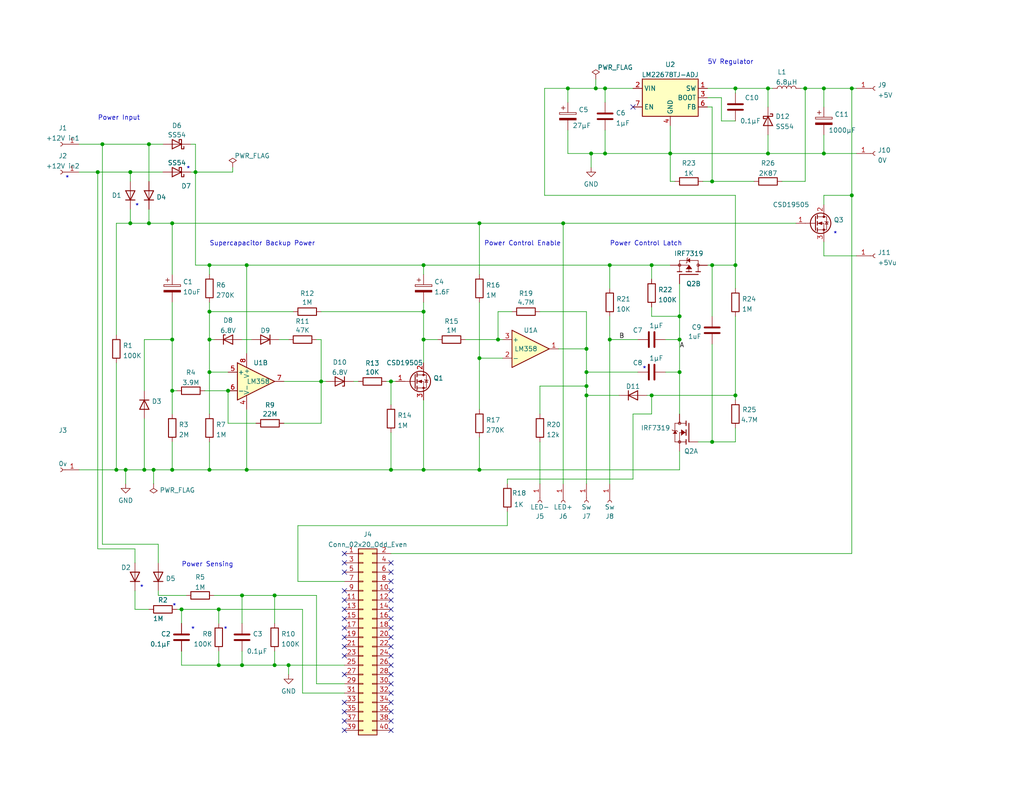
<source format=kicad_sch>
(kicad_sch (version 20211123) (generator eeschema)
  (paper "USLetter")
  (title_block (title "Graceful-Shutdown Power Supply for SBC") (rev "V2") (company "Bloodnok Marine") (comment 2 "Provides time to safely shut down when power is disconnected") (comment 4 "Safe power supply for Rasberry Pi or equivalent"))
  (lib_symbols
    (symbol "Amplifier_Operational:LM358" (pin_names (offset 0.127))
      (property "Reference" "U" (at 0 5.08 0))
      (property "Value" "LM358" (at 0 -5.08 0))
      (symbol "LM358_1_1"
        (pin output line (at 7.62 0 180) (length 2.54) (name "~") (number "1"))
        (pin input line (at -7.62 -2.54 0) (length 2.54) (name "-") (number "2"))
        (pin input line (at -7.62 2.54 0) (length 2.54) (name "+") (number "3"))
      )
      (symbol "LM358_2_1"
        (pin input line (at -7.62 2.54 0) (length 2.54) (name "+") (number "5"))
        (pin input line (at -7.62 -2.54 0) (length 2.54) (name "-") (number "6"))
        (pin output line (at 7.62 0 180) (length 2.54) (name "~") (number "7"))
      )
      (symbol "LM358_3_1"
        (pin power_in line (at -2.54 -7.62 90) (length 3.81) (name "V-") (number "4"))
        (pin power_in line (at -2.54 7.62 270) (length 3.81) (name "V+") (number "8"))
      )
    )
    (symbol "Connector:Conn_01x01_Female" (pin_names (offset 1.016) hide)
      (property "Reference" "J" (at 0 2.54 0))
      (property "Value" "Conn_01x01_Female" (at 0 -2.54 0))
      (symbol "Conn_01x01_Female_1_1"
        (pin passive line (at -5.08 0 0) (length 3.81) (name "Pin_1") (number "1"))
      )
    )
    (symbol "Connector_Generic:Conn_02x20_Odd_Even" (pin_names (offset 1.016) hide)
      (property "Reference" "J" (at 1.27 25.4 0))
      (property "Value" "Conn_02x20_Odd_Even" (at 1.27 -27.94 0))
      (symbol "Conn_02x20_Odd_Even_1_1"
        (pin passive line (at -5.08 22.86 0) (length 3.81) (name "Pin_1") (number "1"))
        (pin passive line (at 7.62 12.7 180) (length 3.81) (name "Pin_10") (number "10"))
        (pin passive line (at -5.08 10.16 0) (length 3.81) (name "Pin_11") (number "11"))
        (pin passive line (at 7.62 10.16 180) (length 3.81) (name "Pin_12") (number "12"))
        (pin passive line (at -5.08 7.62 0) (length 3.81) (name "Pin_13") (number "13"))
        (pin passive line (at 7.62 7.62 180) (length 3.81) (name "Pin_14") (number "14"))
        (pin passive line (at -5.08 5.08 0) (length 3.81) (name "Pin_15") (number "15"))
        (pin passive line (at 7.62 5.08 180) (length 3.81) (name "Pin_16") (number "16"))
        (pin passive line (at -5.08 2.54 0) (length 3.81) (name "Pin_17") (number "17"))
        (pin passive line (at 7.62 2.54 180) (length 3.81) (name "Pin_18") (number "18"))
        (pin passive line (at -5.08 0 0) (length 3.81) (name "Pin_19") (number "19"))
        (pin passive line (at 7.62 22.86 180) (length 3.81) (name "Pin_2") (number "2"))
        (pin passive line (at 7.62 0 180) (length 3.81) (name "Pin_20") (number "20"))
        (pin passive line (at -5.08 -2.54 0) (length 3.81) (name "Pin_21") (number "21"))
        (pin passive line (at 7.62 -2.54 180) (length 3.81) (name "Pin_22") (number "22"))
        (pin passive line (at -5.08 -5.08 0) (length 3.81) (name "Pin_23") (number "23"))
        (pin passive line (at 7.62 -5.08 180) (length 3.81) (name "Pin_24") (number "24"))
        (pin passive line (at -5.08 -7.62 0) (length 3.81) (name "Pin_25") (number "25"))
        (pin passive line (at 7.62 -7.62 180) (length 3.81) (name "Pin_26") (number "26"))
        (pin passive line (at -5.08 -10.16 0) (length 3.81) (name "Pin_27") (number "27"))
        (pin passive line (at 7.62 -10.16 180) (length 3.81) (name "Pin_28") (number "28"))
        (pin passive line (at -5.08 -12.7 0) (length 3.81) (name "Pin_29") (number "29"))
        (pin passive line (at -5.08 20.32 0) (length 3.81) (name "Pin_3") (number "3"))
        (pin passive line (at 7.62 -12.7 180) (length 3.81) (name "Pin_30") (number "30"))
        (pin passive line (at -5.08 -15.24 0) (length 3.81) (name "Pin_31") (number "31"))
        (pin passive line (at 7.62 -15.24 180) (length 3.81) (name "Pin_32") (number "32"))
        (pin passive line (at -5.08 -17.78 0) (length 3.81) (name "Pin_33") (number "33"))
        (pin passive line (at 7.62 -17.78 180) (length 3.81) (name "Pin_34") (number "34"))
        (pin passive line (at -5.08 -20.32 0) (length 3.81) (name "Pin_35") (number "35"))
        (pin passive line (at 7.62 -20.32 180) (length 3.81) (name "Pin_36") (number "36"))
        (pin passive line (at -5.08 -22.86 0) (length 3.81) (name "Pin_37") (number "37"))
        (pin passive line (at 7.62 -22.86 180) (length 3.81) (name "Pin_38") (number "38"))
        (pin passive line (at -5.08 -25.4 0) (length 3.81) (name "Pin_39") (number "39"))
        (pin passive line (at 7.62 20.32 180) (length 3.81) (name "Pin_4") (number "4"))
        (pin passive line (at 7.62 -25.4 180) (length 3.81) (name "Pin_40") (number "40"))
        (pin passive line (at -5.08 17.78 0) (length 3.81) (name "Pin_5") (number "5"))
        (pin passive line (at 7.62 17.78 180) (length 3.81) (name "Pin_6") (number "6"))
        (pin passive line (at -5.08 15.24 0) (length 3.81) (name "Pin_7") (number "7"))
        (pin passive line (at 7.62 15.24 180) (length 3.81) (name "Pin_8") (number "8"))
        (pin passive line (at -5.08 12.7 0) (length 3.81) (name "Pin_9") (number "9"))
      )
    )
    (symbol "Device:C" (pin_numbers hide) (pin_names (offset 0.254))
      (property "Reference" "C" (at 0.635 2.54 0))
      (property "Value" "C" (at 0.635 -2.54 0))
      (symbol "C_1_1"
        (pin passive line (at 0 3.81 270) (length 2.794) (name "~") (number "1"))
        (pin passive line (at 0 -3.81 90) (length 2.794) (name "~") (number "2"))
      )
    )
    (symbol "Device:C_Polarized" (pin_numbers hide) (pin_names (offset 0.254))
      (property "Reference" "C" (at 0.635 2.54 0))
      (property "Value" "C_Polarized" (at 0.635 -2.54 0))
      (symbol "C_Polarized_1_1"
        (pin passive line (at 0 3.81 270) (length 2.794) (name "~") (number "1"))
        (pin passive line (at 0 -3.81 90) (length 2.794) (name "~") (number "2"))
      )
    )
    (symbol "Device:D" (pin_numbers hide) (pin_names (offset 1.016) hide)
      (property "Reference" "D" (at 0 2.54 0))
      (property "Value" "D" (at 0 -2.54 0))
      (symbol "D_1_1"
        (pin passive line (at -3.81 0 0) (length 2.54) (name "K") (number "1"))
        (pin passive line (at 3.81 0 180) (length 2.54) (name "A") (number "2"))
      )
    )
    (symbol "Device:D_Schottky" (pin_numbers hide) (pin_names (offset 1.016) hide)
      (property "Reference" "D" (at 0 2.54 0))
      (property "Value" "D_Schottky" (at 0 -2.54 0))
      (symbol "D_Schottky_1_1"
        (pin passive line (at -3.81 0 0) (length 2.54) (name "K") (number "1"))
        (pin passive line (at 3.81 0 180) (length 2.54) (name "A") (number "2"))
      )
    )
    (symbol "Device:D_Zener" (pin_numbers hide) (pin_names (offset 1.016) hide)
      (property "Reference" "D" (at 0 2.54 0))
      (property "Value" "D_Zener" (at 0 -2.54 0))
      (symbol "D_Zener_1_1"
        (pin passive line (at -3.81 0 0) (length 2.54) (name "K") (number "1"))
        (pin passive line (at 3.81 0 180) (length 2.54) (name "A") (number "2"))
      )
    )
    (symbol "Device:L" (pin_numbers hide) (pin_names (offset 1.016) hide)
      (property "Reference" "L" (at -1.27 0 90))
      (property "Value" "L" (at 1.905 0 90))
      (symbol "L_1_1"
        (pin passive line (at 0 3.81 270) (length 1.27) (name "1") (number "1"))
        (pin passive line (at 0 -3.81 90) (length 1.27) (name "2") (number "2"))
      )
    )
    (symbol "Device:R" (pin_numbers hide) (pin_names (offset 0))
      (property "Reference" "R" (at 2.032 0 90))
      (property "Value" "R" (at 0 0 90))
      (symbol "R_1_1"
        (pin passive line (at 0 3.81 270) (length 1.27) (name "~") (number "1"))
        (pin passive line (at 0 -3.81 90) (length 1.27) (name "~") (number "2"))
      )
    )
    (symbol "IRF7319:IRF7319" (pin_numbers hide) (pin_names (offset 1.016) hide)
      (property "Reference" "Q" (at -11.43 2.54 0))
      (property "Value" "IRF7319" (at -11.43 -7.62 0))
      (symbol "IRF7319_1_0"
        (pin passive line (at 0 -5.08 90) (length 2.54) (name "S1") (number "1"))
        (pin passive line (at -5.08 -2.54 0) (length 2.54) (name "G1") (number "2"))
        (pin passive line (at 0 5.08 270) (length 2.54) (name "D1") (number "7"))
        (pin passive line (at 0 5.08 270) (length 2.54) (name "D1") (number "8"))
      )
      (symbol "IRF7319_2_0"
        (pin passive line (at 0 -5.08 90) (length 2.54) (name "S2") (number "3"))
        (pin passive line (at -5.08 -2.54 0) (length 2.54) (name "G2") (number "4"))
        (pin passive line (at 0 5.08 270) (length 2.54) (name "D2") (number "5"))
        (pin passive line (at 0 5.08 270) (length 2.54) (name "D2") (number "6"))
      )
    )
    (symbol "Regulator_Switching:LM22678TJ-ADJ"
      (property "Reference" "U" (at -6.35 6.35 0))
      (property "Value" "LM22678TJ-ADJ" (at 5.08 6.35 0))
      (symbol "LM22678TJ-ADJ_1_1"
        (pin power_out line (at 10.16 2.54 180) (length 2.54) (name "SW") (number "1"))
        (pin power_in line (at -10.16 2.54 0) (length 2.54) (name "VIN") (number "2"))
        (pin passive line (at 10.16 0 180) (length 2.54) (name "BOOT") (number "3"))
        (pin power_in line (at 0 -7.62 90) (length 2.54) (name "GND") (number "4"))
        (pin no_connect line (at -7.62 0 0) (length 2.54) hide (name "NC") (number "5"))
        (pin input line (at 10.16 -2.54 180) (length 2.54) (name "FB") (number "6"))
        (pin input line (at -10.16 -2.54 0) (length 2.54) (name "EN") (number "7"))
        (pin passive line (at 0 -7.62 90) (length 2.54) hide (name "GND") (number "8"))
      )
    )
    (symbol "csd19502q5b:CSD19505KCS" (pin_names hide)
      (property "Reference" "Q" (at 5.08 1.905 0))
      (property "Value" "CSD19505KCS" (at 5.08 0 0))
      (symbol "CSD19505KCS_1_1"
        (pin passive line (at -5.08 0 0) (length 2.54) (name "G") (number "1"))
        (pin passive line (at 2.54 5.08 270) (length 2.54) (name "D") (number "2"))
        (pin passive line (at 2.54 -5.08 90) (length 2.54) (name "S") (number "3"))
      )
    )
    (symbol "power:GND" (power) (pin_names (offset 0))
      (property "Value" "GND" (at 0 -3.81 0))
      (symbol "GND_1_1"
        (pin power_in line (at 0 0 270) (length 0) hide (name "GND") (number "1"))
      )
    )
    (symbol "power:PWR_FLAG" (power) (pin_numbers hide) (pin_names (offset 0) hide)
      (property "Value" "PWR_FLAG" (at 0 3.81 0))
      (symbol "PWR_FLAG_0_0"
        (pin power_out line (at 0 0 90) (length 0) (name "pwr") (number "1"))
      )
    )
  )
  (junction (at 154.94 24.13))
  (junction (at 232.41 24.13))
  (junction (at 115.57 85.09))
  (junction (at 57.15 92.71))
  (junction (at 66.04 162.56))
  (junction (at 130.81 128.27))
  (junction (at 46.99 106.68))
  (junction (at 135.89 92.71))
  (junction (at 165.1 24.13))
  (junction (at 185.42 92.71))
  (junction (at 57.15 128.27))
  (junction (at 59.69 181.61))
  (junction (at 53.34 46.99))
  (junction (at 209.55 41.91))
  (junction (at 67.31 72.39))
  (junction (at 31.75 128.27))
  (junction (at 59.69 166.37))
  (junction (at 67.31 128.27))
  (junction (at 162.56 24.13))
  (junction (at 49.53 166.37))
  (junction (at 160.02 101.6))
  (junction (at 166.37 92.71))
  (junction (at 115.57 72.39))
  (junction (at 200.66 72.39))
  (junction (at 41.91 128.27))
  (junction (at 160.02 107.95))
  (junction (at 153.67 60.96))
  (junction (at 87.63 104.14))
  (junction (at 115.57 128.27))
  (junction (at 106.68 128.27))
  (junction (at 130.81 60.96))
  (junction (at 165.1 41.91))
  (junction (at 57.15 72.39))
  (junction (at 78.74 181.61))
  (junction (at 200.66 24.13))
  (junction (at 209.55 24.13))
  (junction (at 160.02 105.41))
  (junction (at 26.67 46.99))
  (junction (at 34.29 128.27))
  (junction (at 185.42 86.36))
  (junction (at 115.57 92.71))
  (junction (at 166.37 72.39))
  (junction (at 232.41 53.34))
  (junction (at 177.8 72.39))
  (junction (at 185.42 101.6))
  (junction (at 194.31 72.39))
  (junction (at 106.68 104.14))
  (junction (at 224.79 41.91))
  (junction (at 130.81 97.79))
  (junction (at 161.29 41.91))
  (junction (at 194.31 120.65))
  (junction (at 182.88 41.91))
  (junction (at 57.15 85.09))
  (junction (at 194.31 49.53))
  (junction (at 39.37 128.27))
  (junction (at 46.99 128.27))
  (junction (at 74.93 162.56))
  (junction (at 66.04 181.61))
  (junction (at 46.99 92.71))
  (junction (at 219.71 24.13))
  (junction (at 160.02 95.25))
  (junction (at 40.64 39.37))
  (junction (at 27.94 39.37))
  (junction (at 74.93 181.61))
  (junction (at 57.15 101.6))
  (junction (at 62.23 106.68))
  (junction (at 46.99 60.96))
  (junction (at 224.79 24.13))
  (junction (at 40.64 60.96))
  (junction (at 35.56 60.96))
  (junction (at 177.8 107.95))
  (junction (at 200.66 107.95))
  (junction (at 35.56 46.99))
  (no_connect (at 93.98 163.83))
  (no_connect (at 93.98 161.29))
  (no_connect (at 93.98 156.21))
  (no_connect (at 93.98 153.67))
  (no_connect (at 93.98 151.13))
  (no_connect (at 93.98 166.37))
  (no_connect (at 93.98 168.91))
  (no_connect (at 93.98 171.45))
  (no_connect (at 93.98 179.07))
  (no_connect (at 93.98 176.53))
  (no_connect (at 93.98 173.99))
  (no_connect (at 93.98 184.15))
  (no_connect (at 106.68 173.99))
  (no_connect (at 106.68 176.53))
  (no_connect (at 93.98 191.77))
  (no_connect (at 93.98 199.39))
  (no_connect (at 93.98 196.85))
  (no_connect (at 93.98 194.31))
  (no_connect (at 106.68 189.23))
  (no_connect (at 106.68 191.77))
  (no_connect (at 106.68 194.31))
  (no_connect (at 106.68 196.85))
  (no_connect (at 106.68 199.39))
  (no_connect (at 106.68 179.07))
  (no_connect (at 106.68 181.61))
  (no_connect (at 106.68 184.15))
  (no_connect (at 106.68 186.69))
  (no_connect (at 106.68 156.21))
  (no_connect (at 106.68 153.67))
  (no_connect (at 106.68 158.75))
  (no_connect (at 106.68 168.91))
  (no_connect (at 106.68 171.45))
  (no_connect (at 106.68 161.29))
  (no_connect (at 106.68 163.83))
  (no_connect (at 106.68 166.37))
  (no_connect (at 172.72 29.21))
  (wire (pts (xy 205.74 49.53) (xy 194.31 49.53)))
  (wire (pts (xy 62.23 101.6) (xy 57.15 101.6)))
  (wire (pts (xy 160.02 85.09) (xy 160.02 95.25)))
  (wire (pts (xy 177.8 72.39) (xy 182.88 72.39)))
  (wire (pts (xy 66.04 162.56) (xy 74.93 162.56)))
  (wire (pts (xy 105.41 104.14) (xy 106.68 104.14)))
  (wire (pts (xy 74.93 181.61) (xy 78.74 181.61)))
  (wire (pts (xy 194.31 72.39) (xy 194.31 86.36)))
  (wire (pts (xy 135.89 85.09) (xy 135.89 92.71)))
  (wire (pts (xy 130.81 97.79) (xy 130.81 111.76)))
  (wire (pts (xy 224.79 66.04) (xy 224.79 69.85)))
  (wire (pts (xy 193.04 29.21) (xy 194.31 29.21)))
  (wire (pts (xy 115.57 92.71) (xy 115.57 99.06)))
  (wire (pts (xy 224.79 29.21) (xy 224.79 24.13)))
  (wire (pts (xy 35.56 60.96) (xy 40.64 60.96)))
  (wire (pts (xy 57.15 72.39) (xy 53.34 72.39)))
  (wire (pts (xy 74.93 170.18) (xy 74.93 162.56)))
  (wire (pts (xy 26.67 46.99) (xy 35.56 46.99)))
  (wire (pts (xy 115.57 128.27) (xy 130.81 128.27)))
  (wire (pts (xy 66.04 181.61) (xy 74.93 181.61)))
  (wire (pts (xy 96.52 104.14) (xy 97.79 104.14)))
  (wire (pts (xy 49.53 177.8) (xy 49.53 181.61)))
  (wire (pts (xy 160.02 105.41) (xy 160.02 101.6)))
  (wire (pts (xy 58.42 162.56) (xy 66.04 162.56)))
  (wire (pts (xy 57.15 101.6) (xy 57.15 113.03)))
  (wire (pts (xy 46.99 82.55) (xy 46.99 92.71)))
  (wire (pts (xy 200.66 86.36) (xy 200.66 107.95)))
  (wire (pts (xy 165.1 27.94) (xy 165.1 24.13)))
  (wire (pts (xy 162.56 21.59) (xy 162.56 24.13)))
  (wire (pts (xy 69.85 115.57) (xy 62.23 115.57)))
  (wire (pts (xy 127 92.71) (xy 135.89 92.71)))
  (wire (pts (xy 43.18 162.56) (xy 43.18 161.29)))
  (wire (pts (xy 62.23 115.57) (xy 62.23 106.68)))
  (wire (pts (xy 35.56 46.99) (xy 44.45 46.99)))
  (wire (pts (xy 182.88 49.53) (xy 182.88 41.91)))
  (wire (pts (xy 154.94 41.91) (xy 154.94 35.56)))
  (wire (pts (xy 106.68 104.14) (xy 107.95 104.14)))
  (wire (pts (xy 39.37 114.3) (xy 39.37 128.27)))
  (wire (pts (xy 194.31 29.21) (xy 194.31 49.53)))
  (wire (pts (xy 39.37 128.27) (xy 41.91 128.27)))
  (wire (pts (xy 166.37 72.39) (xy 166.37 78.74)))
  (wire (pts (xy 213.36 49.53) (xy 219.71 49.53)))
  (wire (pts (xy 181.61 101.6) (xy 185.42 101.6)))
  (wire (pts (xy 177.8 86.36) (xy 185.42 86.36)))
  (wire (pts (xy 115.57 72.39) (xy 166.37 72.39)))
  (wire (pts (xy 41.91 128.27) (xy 46.99 128.27)))
  (wire (pts (xy 224.79 53.34) (xy 224.79 55.88)))
  (wire (pts (xy 130.81 60.96) (xy 153.67 60.96)))
  (wire (pts (xy 57.15 74.93) (xy 57.15 72.39)))
  (wire (pts (xy 153.67 60.96) (xy 153.67 132.08)))
  (wire (pts (xy 77.47 115.57) (xy 87.63 115.57)))
  (wire (pts (xy 46.99 106.68) (xy 46.99 113.03)))
  (wire (pts (xy 57.15 92.71) (xy 57.15 101.6)))
  (wire (pts (xy 147.32 105.41) (xy 147.32 113.03)))
  (wire (pts (xy 172.72 130.81) (xy 138.43 130.81)))
  (wire (pts (xy 177.8 107.95) (xy 200.66 107.95)))
  (wire (pts (xy 224.79 36.83) (xy 224.79 41.91)))
  (wire (pts (xy 106.68 110.49) (xy 106.68 104.14)))
  (wire (pts (xy 160.02 101.6) (xy 173.99 101.6)))
  (wire (pts (xy 67.31 72.39) (xy 57.15 72.39)))
  (wire (pts (xy 135.89 92.71) (xy 137.16 92.71)))
  (wire (pts (xy 66.04 170.18) (xy 66.04 162.56)))
  (wire (pts (xy 49.53 170.18) (xy 49.53 166.37)))
  (wire (pts (xy 49.53 181.61) (xy 59.69 181.61)))
  (wire (pts (xy 160.02 107.95) (xy 160.02 132.08)))
  (wire (pts (xy 87.63 104.14) (xy 88.9 104.14)))
  (wire (pts (xy 26.67 149.86) (xy 36.83 149.86)))
  (wire (pts (xy 160.02 95.25) (xy 160.02 101.6)))
  (wire (pts (xy 115.57 85.09) (xy 115.57 92.71)))
  (wire (pts (xy 80.01 85.09) (xy 57.15 85.09)))
  (wire (pts (xy 39.37 92.71) (xy 39.37 106.68)))
  (wire (pts (xy 152.4 95.25) (xy 160.02 95.25)))
  (wire (pts (xy 31.75 60.96) (xy 35.56 60.96)))
  (wire (pts (xy 53.34 72.39) (xy 53.34 46.99)))
  (wire (pts (xy 194.31 72.39) (xy 200.66 72.39)))
  (wire (pts (xy 78.74 181.61) (xy 78.74 184.15)))
  (wire (pts (xy 153.67 60.96) (xy 217.17 60.96)))
  (wire (pts (xy 57.15 120.65) (xy 57.15 128.27)))
  (wire (pts (xy 67.31 111.76) (xy 67.31 128.27)))
  (wire (pts (xy 162.56 24.13) (xy 165.1 24.13)))
  (wire (pts (xy 224.79 24.13) (xy 232.41 24.13)))
  (wire (pts (xy 168.91 107.95) (xy 160.02 107.95)))
  (wire (pts (xy 53.34 46.99) (xy 53.34 39.37)))
  (wire (pts (xy 233.68 41.91) (xy 224.79 41.91)))
  (wire (pts (xy 34.29 132.08) (xy 34.29 128.27)))
  (wire (pts (xy 182.88 34.29) (xy 182.88 41.91)))
  (wire (pts (xy 27.94 39.37) (xy 27.94 148.59)))
  (wire (pts (xy 93.98 189.23) (xy 82.55 189.23)))
  (wire (pts (xy 200.66 116.84) (xy 200.66 120.65)))
  (wire (pts (xy 232.41 53.34) (xy 232.41 151.13)))
  (wire (pts (xy 35.56 46.99) (xy 35.56 49.53)))
  (wire (pts (xy 185.42 77.47) (xy 185.42 86.36)))
  (wire (pts (xy 148.59 24.13) (xy 154.94 24.13)))
  (wire (pts (xy 166.37 92.71) (xy 166.37 132.08)))
  (wire (pts (xy 82.55 189.23) (xy 82.55 166.37)))
  (wire (pts (xy 172.72 130.81) (xy 172.72 113.03)))
  (wire (pts (xy 53.34 46.99) (xy 63.5 46.99)))
  (wire (pts (xy 154.94 41.91) (xy 161.29 41.91)))
  (wire (pts (xy 185.42 123.19) (xy 185.42 128.27)))
  (wire (pts (xy 224.79 41.91) (xy 209.55 41.91)))
  (wire (pts (xy 194.31 93.98) (xy 194.31 120.65)))
  (wire (pts (xy 200.66 53.34) (xy 148.59 53.34)))
  (wire (pts (xy 200.66 24.13) (xy 209.55 24.13)))
  (wire (pts (xy 209.55 29.21) (xy 209.55 24.13)))
  (wire (pts (xy 147.32 105.41) (xy 160.02 105.41)))
  (wire (pts (xy 57.15 85.09) (xy 57.15 92.71)))
  (wire (pts (xy 46.99 92.71) (xy 46.99 106.68)))
  (wire (pts (xy 115.57 109.22) (xy 115.57 128.27)))
  (wire (pts (xy 115.57 74.93) (xy 115.57 72.39)))
  (wire (pts (xy 49.53 166.37) (xy 59.69 166.37)))
  (wire (pts (xy 36.83 161.29) (xy 36.83 166.37)))
  (wire (pts (xy 43.18 153.67) (xy 43.18 148.59)))
  (wire (pts (xy 148.59 53.34) (xy 148.59 24.13)))
  (wire (pts (xy 27.94 39.37) (xy 40.64 39.37)))
  (wire (pts (xy 224.79 24.13) (xy 219.71 24.13)))
  (wire (pts (xy 177.8 76.2) (xy 177.8 72.39)))
  (wire (pts (xy 200.66 72.39) (xy 200.66 53.34)))
  (wire (pts (xy 130.81 74.93) (xy 130.81 60.96)))
  (wire (pts (xy 194.31 49.53) (xy 191.77 49.53)))
  (wire (pts (xy 34.29 128.27) (xy 39.37 128.27)))
  (wire (pts (xy 196.85 33.02) (xy 196.85 26.67)))
  (wire (pts (xy 176.53 107.95) (xy 177.8 107.95)))
  (wire (pts (xy 57.15 82.55) (xy 57.15 85.09)))
  (wire (pts (xy 185.42 92.71) (xy 185.42 101.6)))
  (wire (pts (xy 185.42 101.6) (xy 185.42 113.03)))
  (wire (pts (xy 160.02 105.41) (xy 160.02 107.95)))
  (wire (pts (xy 185.42 86.36) (xy 185.42 92.71)))
  (wire (pts (xy 181.61 92.71) (xy 185.42 92.71)))
  (wire (pts (xy 21.59 46.99) (xy 26.67 46.99)))
  (wire (pts (xy 138.43 143.51) (xy 138.43 139.7)))
  (wire (pts (xy 40.64 57.15) (xy 40.64 60.96)))
  (wire (pts (xy 147.32 120.65) (xy 147.32 132.08)))
  (wire (pts (xy 190.5 120.65) (xy 194.31 120.65)))
  (wire (pts (xy 87.63 115.57) (xy 87.63 104.14)))
  (wire (pts (xy 93.98 158.75) (xy 81.28 158.75)))
  (wire (pts (xy 137.16 97.79) (xy 130.81 97.79)))
  (wire (pts (xy 41.91 132.08) (xy 41.91 128.27)))
  (wire (pts (xy 87.63 92.71) (xy 86.36 92.71)))
  (wire (pts (xy 36.83 149.86) (xy 36.83 153.67)))
  (wire (pts (xy 21.59 39.37) (xy 27.94 39.37)))
  (wire (pts (xy 48.26 166.37) (xy 49.53 166.37)))
  (wire (pts (xy 31.75 60.96) (xy 31.75 91.44)))
  (wire (pts (xy 193.04 24.13) (xy 200.66 24.13)))
  (wire (pts (xy 232.41 24.13) (xy 233.68 24.13)))
  (wire (pts (xy 172.72 113.03) (xy 177.8 113.03)))
  (wire (pts (xy 161.29 45.72) (xy 161.29 41.91)))
  (wire (pts (xy 209.55 41.91) (xy 182.88 41.91)))
  (wire (pts (xy 138.43 130.81) (xy 138.43 132.08)))
  (wire (pts (xy 76.2 92.71) (xy 78.74 92.71)))
  (wire (pts (xy 200.66 25.4) (xy 200.66 24.13)))
  (wire (pts (xy 40.64 39.37) (xy 44.45 39.37)))
  (wire (pts (xy 106.68 151.13) (xy 232.41 151.13)))
  (wire (pts (xy 119.38 92.71) (xy 115.57 92.71)))
  (wire (pts (xy 67.31 96.52) (xy 67.31 72.39)))
  (wire (pts (xy 46.99 92.71) (xy 39.37 92.71)))
  (wire (pts (xy 87.63 85.09) (xy 115.57 85.09)))
  (wire (pts (xy 21.59 128.27) (xy 31.75 128.27)))
  (wire (pts (xy 130.81 82.55) (xy 130.81 97.79)))
  (wire (pts (xy 177.8 113.03) (xy 177.8 107.95)))
  (wire (pts (xy 200.66 120.65) (xy 194.31 120.65)))
  (wire (pts (xy 58.42 92.71) (xy 57.15 92.71)))
  (wire (pts (xy 161.29 41.91) (xy 165.1 41.91)))
  (wire (pts (xy 232.41 24.13) (xy 232.41 53.34)))
  (wire (pts (xy 130.81 128.27) (xy 185.42 128.27)))
  (wire (pts (xy 27.94 148.59) (xy 43.18 148.59)))
  (wire (pts (xy 200.66 33.02) (xy 196.85 33.02)))
  (wire (pts (xy 177.8 83.82) (xy 177.8 86.36)))
  (wire (pts (xy 36.83 166.37) (xy 40.64 166.37)))
  (wire (pts (xy 165.1 41.91) (xy 182.88 41.91)))
  (wire (pts (xy 77.47 104.14) (xy 87.63 104.14)))
  (wire (pts (xy 200.66 78.74) (xy 200.66 72.39)))
  (wire (pts (xy 52.07 39.37) (xy 53.34 39.37)))
  (wire (pts (xy 40.64 60.96) (xy 46.99 60.96)))
  (wire (pts (xy 46.99 120.65) (xy 46.99 128.27)))
  (wire (pts (xy 219.71 49.53) (xy 219.71 24.13)))
  (wire (pts (xy 59.69 181.61) (xy 66.04 181.61)))
  (wire (pts (xy 46.99 60.96) (xy 46.99 74.93)))
  (wire (pts (xy 166.37 72.39) (xy 177.8 72.39)))
  (wire (pts (xy 86.36 186.69) (xy 86.36 162.56)))
  (wire (pts (xy 50.8 162.56) (xy 43.18 162.56)))
  (wire (pts (xy 232.41 53.34) (xy 224.79 53.34)))
  (wire (pts (xy 74.93 177.8) (xy 74.93 181.61)))
  (wire (pts (xy 209.55 36.83) (xy 209.55 41.91)))
  (wire (pts (xy 26.67 46.99) (xy 26.67 149.86)))
  (wire (pts (xy 87.63 92.71) (xy 87.63 104.14)))
  (wire (pts (xy 172.72 24.13) (xy 165.1 24.13)))
  (wire (pts (xy 209.55 24.13) (xy 210.82 24.13)))
  (wire (pts (xy 130.81 119.38) (xy 130.81 128.27)))
  (wire (pts (xy 173.99 92.71) (xy 166.37 92.71)))
  (wire (pts (xy 31.75 99.06) (xy 31.75 128.27)))
  (wire (pts (xy 139.7 85.09) (xy 135.89 85.09)))
  (wire (pts (xy 67.31 128.27) (xy 106.68 128.27)))
  (wire (pts (xy 115.57 72.39) (xy 67.31 72.39)))
  (wire (pts (xy 154.94 24.13) (xy 162.56 24.13)))
  (wire (pts (xy 35.56 57.15) (xy 35.56 60.96)))
  (wire (pts (xy 46.99 128.27) (xy 57.15 128.27)))
  (wire (pts (xy 31.75 128.27) (xy 34.29 128.27)))
  (wire (pts (xy 57.15 128.27) (xy 67.31 128.27)))
  (wire (pts (xy 218.44 24.13) (xy 219.71 24.13)))
  (wire (pts (xy 62.23 106.68) (xy 55.88 106.68)))
  (wire (pts (xy 106.68 118.11) (xy 106.68 128.27)))
  (wire (pts (xy 193.04 72.39) (xy 194.31 72.39)))
  (wire (pts (xy 46.99 60.96) (xy 130.81 60.96)))
  (wire (pts (xy 147.32 85.09) (xy 160.02 85.09)))
  (wire (pts (xy 165.1 35.56) (xy 165.1 41.91)))
  (wire (pts (xy 115.57 82.55) (xy 115.57 85.09)))
  (wire (pts (xy 81.28 143.51) (xy 138.43 143.51)))
  (wire (pts (xy 166.37 86.36) (xy 166.37 92.71)))
  (wire (pts (xy 66.04 92.71) (xy 68.58 92.71)))
  (wire (pts (xy 93.98 186.69) (xy 86.36 186.69)))
  (wire (pts (xy 74.93 162.56) (xy 86.36 162.56)))
  (wire (pts (xy 196.85 26.67) (xy 193.04 26.67)))
  (wire (pts (xy 48.26 106.68) (xy 46.99 106.68)))
  (wire (pts (xy 78.74 181.61) (xy 93.98 181.61)))
  (wire (pts (xy 59.69 166.37) (xy 82.55 166.37)))
  (wire (pts (xy 154.94 24.13) (xy 154.94 27.94)))
  (wire (pts (xy 59.69 177.8) (xy 59.69 181.61)))
  (wire (pts (xy 40.64 39.37) (xy 40.64 49.53)))
  (wire (pts (xy 81.28 158.75) (xy 81.28 143.51)))
  (wire (pts (xy 184.15 49.53) (xy 182.88 49.53)))
  (wire (pts (xy 106.68 128.27) (xy 115.57 128.27)))
  (wire (pts (xy 63.5 46.99) (xy 63.5 45.72)))
  (wire (pts (xy 59.69 170.18) (xy 59.69 166.37)))
  (wire (pts (xy 224.79 69.85) (xy 233.68 69.85)))
  (wire (pts (xy 200.66 109.22) (xy 200.66 107.95)))
  (wire (pts (xy 52.07 46.99) (xy 53.34 46.99)))
  (wire (pts (xy 66.04 177.8) (xy 66.04 181.61)))
  (text "*" (at 60.96 172.72 0) (effects (font (size 1.27 1.27)) (justify left bottom)))
  (text "*" (at 36.83 57.15 0) (effects (font (size 1.27 1.27)) (justify left bottom)))
  (text "Power Control Latch" (at 166.37 67.31 0) (effects (font (size 1.27 1.27)) (justify left bottom)))
  (text "*" (at 175.26 101.6 0) (effects (font (size 1.27 1.27)) (justify left bottom)))
  (text "*" (at 227.33 64.77 0) (effects (font (size 1.27 1.27)) (justify left bottom)))
  (text "*" (at 46.99 166.37 0) (effects (font (size 1.27 1.27)) (justify left bottom)))
  (text "*" (at 38.1 161.29 0) (effects (font (size 1.27 1.27)) (justify left bottom)))
  (text "Supercapacitor Backup Power" (at 57.15 67.31 0) (effects (font (size 1.27 1.27)) (justify left bottom)))
  (text "*" (at 50.8 46.99 0) (effects (font (size 1.27 1.27)) (justify left bottom)))
  (text "5V Regulator" (at 193.04 17.78 0) (effects (font (size 1.27 1.27)) (justify left bottom)))
  (text "*" (at 52.07 172.72 0) (effects (font (size 1.27 1.27)) (justify left bottom)))
  (text "Power Input\n" (at 26.67 33.02 0) (effects (font (size 1.27 1.27)) (justify left bottom)))
  (text "Power Control Enable" (at 132.08 67.31 0) (effects (font (size 1.27 1.27)) (justify left bottom)))
  (text "*" (at 17.78 49.53 0) (effects (font (size 1.27 1.27)) (justify left bottom)))
  (text "Power Sensing\n" (at 49.53 154.94 0) (effects (font (size 1.27 1.27)) (justify left bottom)))
  (label "B" (at 168.91 92.71 0))
  (label "A" (at 185.42 95.25 0))
  (symbol (lib_id "Connector:Conn_01x01_Female") (at 147.32 137.16 90) (mirror x) (unit 1)
    (property "Reference" "J5" (at 147.32 140.97 90))
    (property "Value" "LED-" (at 147.32 138.43 90))
    (property "Footprint" "my_extras:SolderConnector" (effects hide))
  )
  (symbol (lib_id "power:GND") (at 34.29 132.08 0) (unit 1)
    (property "Reference" "#PWR01" (effects hide))
    (property "Value" "GND" (at 34.29 136.6425 0))
  )
  (symbol (lib_id "Device:R") (at 59.69 173.99 0) (mirror x) (unit 1)
    (property "Reference" "R8" (at 57.912 173.0815 0) (effects (justify right)))
    (property "Value" "100K" (at 57.912 175.8566 0) (effects (justify right)))
    (property "Footprint" "Resistor_THT:R_Axial_DIN0207_L6.3mm_D2.5mm_P10.16mm_Horizontal" (effects hide))
  )
  (symbol (lib_id "Device:R") (at 31.75 95.25 0) (unit 1)
    (property "Reference" "R1" (at 33.528 94.3415 0) (effects (justify left)))
    (property "Value" "100K" (at 33.528 97.1166 0) (effects (justify left)))
    (property "Footprint" "Resistor_THT:R_Axial_DIN0207_L6.3mm_D2.5mm_P10.16mm_Horizontal" (effects hide))
  )
  (symbol (lib_id "Device:D") (at 39.37 110.49 270) (unit 1)
    (property "Reference" "D3" (at 41.402 109.5815 90) (effects (justify left)))
    (property "Value" "D" (effects hide))
    (property "Footprint" "Diode_THT:D_A-405_P7.62mm_Horizontal" (effects hide))
    (property "Spice_Primitive" "D" (effects hide))
    (property "Spice_Model" "D1N4148_1" (effects hide))
    (property "Spice_Netlist_Enabled" "Y" (effects hide))
    (property "Spice_Lib_File" "spice/my_spice.lib" (effects hide))
    (property "Spice_Node_Sequence" "2 1" (effects hide))
  )
  (symbol (lib_id "Device:R") (at 74.93 173.99 180) (unit 1)
    (property "Reference" "R10" (at 76.708 173.0815 0) (effects (justify right)))
    (property "Value" "100K" (at 76.708 175.8566 0) (effects (justify right)))
    (property "Footprint" "Resistor_THT:R_Axial_DIN0207_L6.3mm_D2.5mm_P10.16mm_Horizontal" (effects hide))
  )
  (symbol (lib_id "Device:R") (at 57.15 78.74 0) (unit 1)
    (property "Reference" "R6" (at 58.928 77.8315 0) (effects (justify left)))
    (property "Value" "270K" (at 58.928 80.6066 0) (effects (justify left)))
    (property "Footprint" "Resistor_THT:R_Axial_DIN0207_L6.3mm_D2.5mm_P10.16mm_Horizontal" (effects hide))
  )
  (symbol (lib_id "Device:R") (at 138.43 135.89 0) (unit 1)
    (property "Reference" "R18" (at 139.7 134.62 0) (effects (justify left)))
    (property "Value" "1K" (at 140.208 137.7566 0) (effects (justify left)))
    (property "Footprint" "Resistor_THT:R_Axial_DIN0207_L6.3mm_D2.5mm_P10.16mm_Horizontal" (effects hide))
  )
  (symbol (lib_id "Device:R") (at 200.66 113.03 0) (unit 1)
    (property "Reference" "R25" (at 204.47 111.8575 0))
    (property "Value" "4.7M" (at 204.47 114.6326 0))
    (property "Footprint" "Resistor_THT:R_Axial_DIN0207_L6.3mm_D2.5mm_P10.16mm_Horizontal" (effects hide))
  )
  (symbol (lib_id "Amplifier_Operational:LM358") (at 144.78 95.25 0) (unit 1)
    (property "Reference" "U1" (at 144.78 90.17 0))
    (property "Value" "LM358" (at 143.51 95.25 0))
    (property "Footprint" "Package_DIP:DIP-8_W7.62mm" (effects hide))
    (property "Datasheet" "http://www.ti.com/lit/ds/symlink/lm2904-n.pdf" (effects hide))
  )
  (symbol (lib_id "power:GND") (at 78.74 184.15 0) (unit 1)
    (property "Reference" "#PWR02" (effects hide))
    (property "Value" "GND" (at 78.74 188.7125 0))
  )
  (symbol (lib_id "Device:C") (at 194.31 90.17 0) (mirror x) (unit 1)
    (property "Reference" "C9" (at 191.3891 89.3353 0) (effects (justify right)))
    (property "Value" "1uF" (at 191.3891 91.8722 0) (effects (justify right)))
    (property "Footprint" "Capacitor_THT:C_Disc_D7.5mm_W2.5mm_P5.00mm" (effects hide))
  )
  (symbol (lib_id "Device:R") (at 44.45 166.37 90) (unit 1)
    (property "Reference" "R2" (at 44.45 163.83 90))
    (property "Value" "1M" (at 43.18 168.91 90))
    (property "Footprint" "Resistor_THT:R_Axial_DIN0207_L6.3mm_D2.5mm_P10.16mm_Horizontal" (effects hide))
  )
  (symbol (lib_id "Device:C") (at 49.53 173.99 0) (mirror x) (unit 1)
    (property "Reference" "C2" (at 46.6091 173.0815 0) (effects (justify right)))
    (property "Value" "0.1μF" (at 46.6091 175.8566 0) (effects (justify right)))
    (property "Footprint" "Capacitor_THT:C_Disc_D5.0mm_W2.5mm_P2.50mm" (effects hide))
  )
  (symbol (lib_id "Device:C") (at 165.1 31.75 0) (unit 1)
    (property "Reference" "C6" (at 168.021 30.8415 0) (effects (justify left)))
    (property "Value" "1μF" (at 168.021 33.6166 0) (effects (justify left)))
    (property "Footprint" "Capacitor_THT:C_Disc_D7.5mm_W2.5mm_P5.00mm" (effects hide))
  )
  (symbol (lib_id "Device:D") (at 35.56 53.34 90) (unit 1)
    (property "Reference" "D1" (at 30.48 53.34 90) (effects (justify right)))
    (property "Value" "D" (effects hide))
    (property "Footprint" "Diode_THT:D_A-405_P7.62mm_Horizontal" (effects hide))
  )
  (symbol (lib_id "csd19502q5b:CSD19505KCS") (at 222.25 60.96 0) (unit 1)
    (property "Reference" "Q3" (at 227.457 60.0515 0) (effects (justify left)))
    (property "Value" "CSD19505" (at 210.82 55.88 0) (effects (justify left)))
    (property "Footprint" "Package_TO_SOT_THT:TO-220-3_Vertical" (effects hide))
    (property "Datasheet" "https://www.ti.com/lit/gpn/csd19505kcs" (effects hide))
  )
  (symbol (lib_id "power:PWR_FLAG") (at 41.91 132.08 180) (unit 1)
    (property "Reference" "#FLG01" (effects hide))
    (property "Value" "PWR_FLAG" (at 43.561 133.829 0) (effects (justify right)))
  )
  (symbol (lib_id "Connector:Conn_01x01_Female") (at 160.02 137.16 90) (mirror x) (unit 1)
    (property "Reference" "J7" (at 160.02 140.97 90))
    (property "Value" "Sw" (at 160.02 138.43 90))
    (property "Footprint" "my_extras:SolderConnector" (effects hide))
  )
  (symbol (lib_id "Device:R") (at 130.81 78.74 0) (unit 1)
    (property "Reference" "R16" (at 132.588 77.8315 0) (effects (justify left)))
    (property "Value" "1M" (at 132.588 80.6066 0) (effects (justify left)))
    (property "Footprint" "Resistor_THT:R_Axial_DIN0207_L6.3mm_D2.5mm_P10.16mm_Horizontal" (effects hide))
  )
  (symbol (lib_id "Device:C") (at 177.8 101.6 270) (unit 1)
    (property "Reference" "C8" (at 173.99 99.06 90))
    (property "Value" "1μF" (at 179.07 97.79 90))
    (property "Footprint" "Capacitor_THT:C_Disc_D7.5mm_W2.5mm_P5.00mm" (effects hide))
  )
  (symbol (lib_id "Device:L") (at 214.63 24.13 90) (unit 1)
    (property "Reference" "L1" (at 213.36 19.6555 90))
    (property "Value" "6.8μH" (at 214.63 22.4306 90))
    (property "Footprint" "Inductor_SMD:L_Bourns-SRU1028_10.0x10.0mm" (effects hide))
  )
  (symbol (lib_id "Device:D") (at 72.39 92.71 180) (unit 1)
    (property "Reference" "D9" (at 72.39 90.2485 0))
    (property "Value" "D" (effects hide))
    (property "Footprint" "Diode_THT:D_A-405_P7.62mm_Horizontal" (effects hide))
    (property "Spice_Primitive" "D" (effects hide))
    (property "Spice_Model" "D1N4148_1" (effects hide))
    (property "Spice_Netlist_Enabled" "Y" (effects hide))
    (property "Spice_Lib_File" "spice/my_spice.lib" (effects hide))
    (property "Spice_Node_Sequence" "2 1" (effects hide))
  )
  (symbol (lib_id "Device:R") (at 101.6 104.14 90) (unit 1)
    (property "Reference" "R13" (at 101.6 99.1575 90))
    (property "Value" "10K" (at 101.6 101.6 90))
    (property "Footprint" "Resistor_THT:R_Axial_DIN0207_L6.3mm_D2.5mm_P10.16mm_Horizontal" (effects hide))
  )
  (symbol (lib_id "Device:C_Polarized") (at 115.57 78.74 0) (unit 1)
    (property "Reference" "C4" (at 118.491 76.9425 0) (effects (justify left)))
    (property "Value" "1.6F" (at 118.491 79.7176 0) (effects (justify left)))
    (property "Footprint" "my_extras:SuperCapacitor Module" (effects hide))
  )
  (symbol (lib_id "Device:R") (at 123.19 92.71 90) (unit 1)
    (property "Reference" "R15" (at 123.19 87.7275 90))
    (property "Value" "1M" (at 123.19 90.17 90))
    (property "Footprint" "Resistor_THT:R_Axial_DIN0207_L6.3mm_D2.5mm_P10.16mm_Horizontal" (effects hide))
  )
  (symbol (lib_id "Device:D_Schottky") (at 48.26 39.37 180) (unit 1)
    (property "Reference" "D6" (at 48.26 34.29 0))
    (property "Value" "SS54" (at 48.26 36.83 0))
    (property "Footprint" "my_extras:DO-214AC" (effects hide))
  )
  (symbol (lib_id "Device:R") (at 52.07 106.68 90) (unit 1)
    (property "Reference" "R4" (at 52.07 101.6975 90))
    (property "Value" "3.9M" (at 52.07 104.4726 90))
    (property "Footprint" "Resistor_THT:R_Axial_DIN0207_L6.3mm_D2.5mm_P10.16mm_Horizontal" (effects hide))
  )
  (symbol (lib_id "Device:R") (at 46.99 116.84 0) (unit 1)
    (property "Reference" "R3" (at 48.768 115.9315 0) (effects (justify left)))
    (property "Value" "2M" (at 48.768 118.7066 0) (effects (justify left)))
    (property "Footprint" "Resistor_THT:R_Axial_DIN0207_L6.3mm_D2.5mm_P10.16mm_Horizontal" (effects hide))
    (property "Spice_Primitive" "R" (effects hide))
    (property "Spice_Model" "1Meg" (effects hide))
    (property "Spice_Netlist_Enabled" "Y" (effects hide))
  )
  (symbol (lib_id "Device:R") (at 57.15 116.84 0) (unit 1)
    (property "Reference" "R7" (at 58.928 115.9315 0) (effects (justify left)))
    (property "Value" "1M" (at 58.928 118.7066 0) (effects (justify left)))
    (property "Footprint" "Resistor_THT:R_Axial_DIN0207_L6.3mm_D2.5mm_P10.16mm_Horizontal" (effects hide))
  )
  (symbol (lib_id "Amplifier_Operational:LM358") (at 69.85 104.14 0) (unit 3)
    (property "Reference" "U1" (effects hide))
    (property "Value" "LM358" (at 67.31 104.14 0) (effects (justify left)))
    (property "Footprint" "Package_DIP:DIP-8_W7.62mm" (effects hide))
    (property "Datasheet" "http://www.ti.com/lit/ds/symlink/lm2904-n.pdf" (effects hide))
  )
  (symbol (lib_id "Device:R") (at 82.55 92.71 90) (unit 1)
    (property "Reference" "R11" (at 82.55 87.7275 90))
    (property "Value" "47K" (at 82.55 90.17 90))
    (property "Footprint" "Resistor_THT:R_Axial_DIN0207_L6.3mm_D2.5mm_P10.16mm_Horizontal" (effects hide))
  )
  (symbol (lib_id "Device:R") (at 83.82 85.09 90) (unit 1)
    (property "Reference" "R12" (at 83.82 80.1075 90))
    (property "Value" "1M" (at 83.82 82.55 90))
    (property "Footprint" "Resistor_THT:R_Axial_DIN0207_L6.3mm_D2.5mm_P10.16mm_Horizontal" (effects hide))
  )
  (symbol (lib_id "Device:R") (at 106.68 114.3 0) (unit 1)
    (property "Reference" "R14" (at 108.458 113.3915 0) (effects (justify left)))
    (property "Value" "1M" (at 108.458 116.1666 0) (effects (justify left)))
    (property "Footprint" "Resistor_THT:R_Axial_DIN0207_L6.3mm_D2.5mm_P10.16mm_Horizontal" (effects hide))
  )
  (symbol (lib_id "Device:C") (at 200.66 29.21 180) (unit 1)
    (property "Reference" "C10" (at 203.2 26.67 0) (effects (justify right)))
    (property "Value" "0.1μF" (at 201.93 33.02 0) (effects (justify right)))
    (property "Footprint" "Capacitor_THT:C_Disc_D5.0mm_W2.5mm_P2.50mm" (effects hide))
  )
  (symbol (lib_id "Device:D_Schottky") (at 48.26 46.99 180) (unit 1)
    (property "Reference" "D7" (at 50.8 50.8 0))
    (property "Value" "SS54" (at 48.26 44.45 0))
    (property "Footprint" "my_extras:DO-214AC" (effects hide))
  )
  (symbol (lib_id "Regulator_Switching:LM22678TJ-ADJ") (at 182.88 26.67 0) (unit 1)
    (property "Reference" "U2" (at 182.88 17.6235 0))
    (property "Value" "LM22678TJ-ADJ" (at 182.88 20.3986 0))
    (property "Footprint" "Package_TO_SOT_SMD:TO-263-7_TabPin8" (effects hide))
    (property "Datasheet" "https://www.ti.com/lit/ds/symlink/lm22678.pdf" (effects hide))
  )
  (symbol (lib_id "Connector:Conn_01x01_Female") (at 166.37 137.16 90) (mirror x) (unit 1)
    (property "Reference" "J8" (at 166.37 140.97 90))
    (property "Value" "Sw" (at 166.37 138.43 90))
    (property "Footprint" "my_extras:SolderConnector" (effects hide))
  )
  (symbol (lib_id "Device:D_Zener") (at 62.23 92.71 0) (unit 1)
    (property "Reference" "D8" (at 62.23 87.4735 0))
    (property "Value" "6.8V" (at 62.23 90.2486 0))
    (property "Footprint" "Diode_THT:D_A-405_P7.62mm_Horizontal" (effects hide))
  )
  (symbol (lib_id "Amplifier_Operational:LM358") (at 69.85 104.14 0) (unit 2)
    (property "Reference" "U1" (at 71.12 99.06 0))
    (property "Value" "LM358" (effects hide))
    (property "Footprint" "Package_DIP:DIP-8_W7.62mm" (effects hide))
    (property "Datasheet" "http://www.ti.com/lit/ds/symlink/lm2904-n.pdf" (effects hide))
  )
  (symbol (lib_id "Connector:Conn_01x01_Female") (at 238.76 69.85 0) (unit 1)
    (property "Reference" "J11" (at 239.4712 68.9415 0) (effects (justify left)))
    (property "Value" "+5Vu" (at 239.4712 71.7166 0) (effects (justify left)))
    (property "Footprint" "my_extras:SolderConnector - HighCurrent" (effects hide))
  )
  (symbol (lib_id "Device:C") (at 66.04 173.99 0) (unit 1)
    (property "Reference" "C3" (at 68.961 173.0815 0) (effects (justify left)))
    (property "Value" "0.1μF" (at 67.31 177.8 0) (effects (justify left)))
    (property "Footprint" "Capacitor_THT:C_Disc_D5.0mm_W2.5mm_P2.50mm" (effects hide))
  )
  (symbol (lib_id "IRF7319:IRF7319") (at 185.42 118.11 0) (mirror y) (unit 1)
    (property "Reference" "Q2" (at 190.5 123.19 0) (effects (justify left)))
    (property "Value" "IRF7319" (at 182.88 116.84 0) (effects (justify left)))
    (property "Footprint" "my_extras:SOIC127P600X175-8N" (effects hide))
    (property "Datasheet" "None" (effects hide))
    (property "Field4" "SOIC-8 International Rectifier" (effects hide))
    (property "Field5" "Infineon Technologies" (effects hide))
    (property "Field6" "30V Dual N- and P- Channel HEXFET Power MOSFET in a SO-8 package" (effects hide))
    (property "Field7" "Unavailable" (effects hide))
    (property "Field8" "IRF7319" (effects hide))
  )
  (symbol (lib_id "Device:R") (at 143.51 85.09 90) (unit 1)
    (property "Reference" "R19" (at 143.51 80.1075 90))
    (property "Value" "4.7M" (at 143.51 82.55 90))
    (property "Footprint" "Resistor_THT:R_Axial_DIN0207_L6.3mm_D2.5mm_P10.16mm_Horizontal" (effects hide))
  )
  (symbol (lib_id "Device:D") (at 172.72 107.95 0) (unit 1)
    (property "Reference" "D11" (at 172.72 105.4885 0))
    (property "Value" "D" (effects hide))
    (property "Footprint" "Diode_THT:D_A-405_P7.62mm_Horizontal" (effects hide))
  )
  (symbol (lib_id "Device:R") (at 209.55 49.53 90) (unit 1)
    (property "Reference" "R26" (at 209.55 44.5475 90))
    (property "Value" "2K87" (at 209.55 47.3226 90))
    (property "Footprint" "Resistor_THT:R_Axial_DIN0207_L6.3mm_D2.5mm_P10.16mm_Horizontal" (effects hide))
  )
  (symbol (lib_id "Device:R") (at 166.37 82.55 0) (unit 1)
    (property "Reference" "R21" (at 168.148 81.6415 0) (effects (justify left)))
    (property "Value" "10K" (at 168.148 84.4166 0) (effects (justify left)))
    (property "Footprint" "Resistor_THT:R_Axial_DIN0207_L6.3mm_D2.5mm_P10.16mm_Horizontal" (effects hide))
  )
  (symbol (lib_id "Device:C_Polarized") (at 154.94 31.75 0) (unit 1)
    (property "Reference" "C5" (at 157.861 29.9525 0) (effects (justify left)))
    (property "Value" "27μF" (at 156.21 34.29 0) (effects (justify left)))
    (property "Footprint" "Capacitor_THT:CP_Radial_D5.0mm_P2.00mm" (effects hide))
  )
  (symbol (lib_id "Connector_Generic:Conn_02x20_Odd_Even") (at 99.06 173.99 0) (unit 1)
    (property "Reference" "J4" (at 100.33 145.8935 0))
    (property "Value" "Conn_02x20_Odd_Even" (at 100.33 148.6686 0))
    (property "Footprint" "Connector_PinHeader_2.54mm:PinHeader_2x20_P2.54mm_Vertical" (effects hide))
  )
  (symbol (lib_id "Device:D_Schottky") (at 209.55 33.02 270) (unit 1)
    (property "Reference" "D12" (at 211.582 31.794 90) (effects (justify left)))
    (property "Value" "SS54" (at 211.582 34.5691 90) (effects (justify left)))
    (property "Footprint" "my_extras:DO-214AC" (effects hide))
  )
  (symbol (lib_id "power:GND") (at 161.29 45.72 0) (unit 1)
    (property "Reference" "#PWR03" (effects hide))
    (property "Value" "GND" (at 161.29 50.2825 0))
  )
  (symbol (lib_id "Device:R") (at 73.66 115.57 90) (unit 1)
    (property "Reference" "R9" (at 73.66 110.5875 90))
    (property "Value" "22M" (at 73.66 113.03 90))
    (property "Footprint" "Resistor_THT:R_Axial_DIN0207_L6.3mm_D2.5mm_P10.16mm_Horizontal" (effects hide))
  )
  (symbol (lib_id "Device:R") (at 54.61 162.56 90) (unit 1)
    (property "Reference" "R5" (at 54.61 157.5775 90))
    (property "Value" "1M" (at 54.61 160.3526 90))
    (property "Footprint" "Resistor_THT:R_Axial_DIN0207_L6.3mm_D2.5mm_P10.16mm_Horizontal" (effects hide))
  )
  (symbol (lib_id "IRF7319:IRF7319") (at 187.96 72.39 270) (mirror x) (unit 2)
    (property "Reference" "Q2" (at 189.23 77.47 90))
    (property "Value" "IRF7319" (at 187.96 69.2174 90))
    (property "Footprint" "my_extras:SOIC127P600X175-8N" (effects hide))
    (property "Datasheet" "None" (effects hide))
    (property "Field4" "SOIC-8 International Rectifier" (effects hide))
    (property "Field5" "Infineon Technologies" (effects hide))
    (property "Field6" "30V Dual N- and P- Channel HEXFET Power MOSFET in a SO-8 package" (effects hide))
    (property "Field7" "Unavailable" (effects hide))
    (property "Field8" "IRF7319" (effects hide))
  )
  (symbol (lib_id "Device:R") (at 187.96 49.53 270) (unit 1)
    (property "Reference" "R23" (at 187.96 44.5475 90))
    (property "Value" "1K" (at 187.96 47.3226 90))
    (property "Footprint" "Resistor_THT:R_Axial_DIN0207_L6.3mm_D2.5mm_P10.16mm_Horizontal" (effects hide))
  )
  (symbol (lib_id "Device:R") (at 147.32 116.84 180) (unit 1)
    (property "Reference" "R20" (at 149.098 115.9315 0) (effects (justify right)))
    (property "Value" "12k" (at 149.098 118.7066 0) (effects (justify right)))
    (property "Footprint" "Resistor_THT:R_Axial_DIN0207_L6.3mm_D2.5mm_P10.16mm_Horizontal" (effects hide))
  )
  (symbol (lib_id "Device:D_Zener") (at 92.71 104.14 180) (unit 1)
    (property "Reference" "D10" (at 92.71 98.9035 0))
    (property "Value" "6.8V" (at 92.71 101.6786 0))
    (property "Footprint" "Diode_THT:D_A-405_P7.62mm_Horizontal" (effects hide))
  )
  (symbol (lib_id "power:PWR_FLAG") (at 162.56 21.59 0) (unit 1)
    (property "Reference" "#FLG03" (effects hide))
    (property "Value" "PWR_FLAG" (at 163.039 18.415 0) (effects (justify left)))
  )
  (symbol (lib_id "Connector:Conn_01x01_Female") (at 238.76 41.91 0) (unit 1)
    (property "Reference" "J10" (at 239.4712 41.0015 0) (effects (justify left)))
    (property "Value" "0V" (at 239.4712 43.7766 0) (effects (justify left)))
    (property "Footprint" "my_extras:SolderConnector - HighCurrent" (effects hide))
  )
  (symbol (lib_id "Device:R") (at 200.66 82.55 0) (unit 1)
    (property "Reference" "R24" (at 202.438 81.6415 0) (effects (justify left)))
    (property "Value" "1M" (at 202.438 84.4166 0) (effects (justify left)))
    (property "Footprint" "Resistor_THT:R_Axial_DIN0207_L6.3mm_D2.5mm_P10.16mm_Horizontal" (effects hide))
  )
  (symbol (lib_id "Connector:Conn_01x01_Female") (at 16.51 128.27 0) (mirror y) (unit 1)
    (property "Reference" "J3" (at 17.145 117.4963 0))
    (property "Value" "0v" (at 17.145 126.6214 0))
    (property "Footprint" "my_extras:SolderConnector - HighCurrent" (effects hide))
  )
  (symbol (lib_id "Device:R") (at 130.81 115.57 0) (unit 1)
    (property "Reference" "R17" (at 132.588 114.6615 0) (effects (justify left)))
    (property "Value" "270K" (at 132.588 117.4366 0) (effects (justify left)))
    (property "Footprint" "Resistor_THT:R_Axial_DIN0207_L6.3mm_D2.5mm_P10.16mm_Horizontal" (effects hide))
  )
  (symbol (lib_id "Connector:Conn_01x01_Female") (at 16.51 46.99 0) (mirror y) (unit 1)
    (property "Reference" "J2" (at 17.145 42.5663 0))
    (property "Value" "+12V in2" (at 17.145 45.3414 0))
    (property "Footprint" "my_extras:SolderConnector - HighCurrent" (effects hide))
  )
  (symbol (lib_id "csd19502q5b:CSD19505KCS") (at 113.03 104.14 0) (unit 1)
    (property "Reference" "Q1" (at 118.237 103.2315 0) (effects (justify left)))
    (property "Value" "CSD19505" (at 105.41 99.06 0) (effects (justify left)))
    (property "Footprint" "Package_TO_SOT_THT:TO-220-3_Vertical" (effects hide))
    (property "Datasheet" "https://www.ti.com/lit/gpn/csd19505kcs" (effects hide))
  )
  (symbol (lib_id "Device:D") (at 43.18 157.48 90) (unit 1)
    (property "Reference" "D5" (at 45.212 157.959 90) (effects (justify right)))
    (property "Value" "D" (effects hide))
    (property "Footprint" "Diode_THT:D_A-405_P7.62mm_Horizontal" (effects hide))
  )
  (symbol (lib_id "Device:D") (at 36.83 157.48 90) (unit 1)
    (property "Reference" "D2" (at 33.02 154.94 90) (effects (justify right)))
    (property "Value" "D" (effects hide))
    (property "Footprint" "Diode_THT:D_A-405_P7.62mm_Horizontal" (effects hide))
  )
  (symbol (lib_id "Connector:Conn_01x01_Female") (at 238.76 24.13 0) (unit 1)
    (property "Reference" "J9" (at 239.4712 23.2215 0) (effects (justify left)))
    (property "Value" "+5V" (at 239.4712 25.9966 0) (effects (justify left)))
    (property "Footprint" "my_extras:SolderConnector - HighCurrent" (effects hide))
  )
  (symbol (lib_id "power:PWR_FLAG") (at 63.5 45.72 0) (unit 1)
    (property "Reference" "#FLG02" (effects hide))
    (property "Value" "PWR_FLAG" (at 63.979 42.545 0) (effects (justify left)))
  )
  (symbol (lib_id "Device:C_Polarized") (at 224.79 33.02 0) (unit 1)
    (property "Reference" "C11" (at 227.711 31.2225 0) (effects (justify left)))
    (property "Value" "1000μF" (at 226.06 35.56 0) (effects (justify left)))
    (property "Footprint" "Capacitor_THT:CP_Radial_D8.0mm_P2.50mm" (effects hide))
  )
  (symbol (lib_id "Device:D") (at 40.64 53.34 90) (unit 1)
    (property "Reference" "D4" (at 42.672 53.819 90) (effects (justify right)))
    (property "Value" "D" (effects hide))
    (property "Footprint" "Diode_THT:D_A-405_P7.62mm_Horizontal" (effects hide))
  )
  (symbol (lib_id "Device:C") (at 177.8 92.71 270) (unit 1)
    (property "Reference" "C7" (at 173.99 90.17 90))
    (property "Value" "1μF" (at 179.07 88.9 90))
    (property "Footprint" "Capacitor_THT:C_Disc_D7.5mm_W2.5mm_P5.00mm" (effects hide))
  )
  (symbol (lib_id "Connector:Conn_01x01_Female") (at 16.51 39.37 0) (mirror y) (unit 1)
    (property "Reference" "J1" (at 17.145 34.9463 0))
    (property "Value" "+12V in1" (at 17.145 37.7214 0))
    (property "Footprint" "my_extras:SolderConnector - HighCurrent" (effects hide))
  )
  (symbol (lib_id "Connector:Conn_01x01_Female") (at 153.67 137.16 90) (mirror x) (unit 1)
    (property "Reference" "J6" (at 153.67 140.97 90))
    (property "Value" "LED+" (at 153.67 138.43 90))
    (property "Footprint" "my_extras:SolderConnector" (effects hide))
  )
  (symbol (lib_id "Device:C_Polarized") (at 46.99 78.74 0) (unit 1)
    (property "Reference" "C1" (at 49.911 76.9425 0) (effects (justify left)))
    (property "Value" "10uF" (at 49.911 79.7176 0) (effects (justify left)))
    (property "Footprint" "Capacitor_THT:CP_Radial_D5.0mm_P2.00mm" (effects hide))
    (property "Spice_Primitive" "C" (effects hide))
    (property "Spice_Model" "16uF" (effects hide))
    (property "Spice_Netlist_Enabled" "Y" (effects hide))
  )
  (symbol (lib_id "Device:R") (at 177.8 80.01 0) (unit 1)
    (property "Reference" "R22" (at 179.578 79.1015 0) (effects (justify left)))
    (property "Value" "100K" (at 179.578 81.8766 0) (effects (justify left)))
    (property "Footprint" "Resistor_THT:R_Axial_DIN0207_L6.3mm_D2.5mm_P10.16mm_Horizontal" (effects hide))
  )
)
</source>
